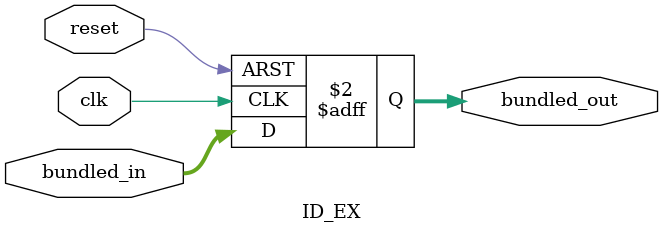
<source format=v>
`timescale 1ns / 1ps

module ID_EX (
    input clk,
    input reset,
    input [143:0] bundled_in,  // Combined control signals and data inputs
    output reg [143:0] bundled_out // Combined control signals and data outputs
);
    always @(posedge clk or posedge reset) begin
        if (reset)
            bundled_out <= 144'b0;
        else
            bundled_out <= bundled_in;
    end
endmodule

</source>
